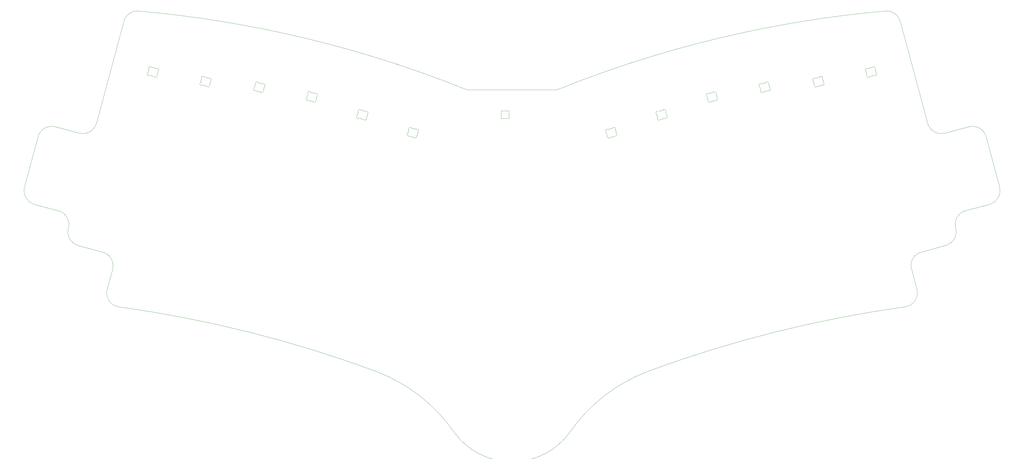
<source format=gm1>
G04 #@! TF.GenerationSoftware,KiCad,Pcbnew,8.0.2*
G04 #@! TF.CreationDate,2024-06-03T01:19:23+01:00*
G04 #@! TF.ProjectId,Ashwing66,41736877-696e-4673-9636-2e6b69636164,1*
G04 #@! TF.SameCoordinates,Original*
G04 #@! TF.FileFunction,Profile,NP*
%FSLAX46Y46*%
G04 Gerber Fmt 4.6, Leading zero omitted, Abs format (unit mm)*
G04 Created by KiCad (PCBNEW 8.0.2) date 2024-06-03 01:19:23*
%MOMM*%
%LPD*%
G01*
G04 APERTURE LIST*
G04 #@! TA.AperFunction,Profile*
%ADD10C,0.100000*%
G04 #@! TD*
G04 APERTURE END LIST*
D10*
X48679869Y-122379242D02*
G75*
G02*
X42458162Y-125971333I-4906849J1314722D01*
G01*
X42208704Y-166149821D02*
G75*
G02*
X38616594Y-159928122I1314996J4907021D01*
G01*
X367624598Y-151420191D02*
X359146351Y-153694110D01*
X26546259Y-151432490D02*
G75*
G02*
X22954151Y-145210780I1314941J4906990D01*
G01*
X148689367Y-211200233D02*
G75*
G02*
X176561735Y-233114085I-21253467J-55714867D01*
G01*
X56497030Y-188068367D02*
G75*
G02*
X148689367Y-211200233I-59770930J-433500561D01*
G01*
X330449696Y-82325668D02*
G75*
G02*
X335775964Y-86101763I385904J-5100132D01*
G01*
X351962150Y-166137519D02*
X343375072Y-168438426D01*
X355554250Y-159915822D02*
G75*
G02*
X359146338Y-153694061I4906950J1314822D01*
G01*
X63721157Y-82337967D02*
G75*
G02*
X181007039Y-110501299I-36115407J-408701743D01*
G01*
X339782961Y-174660122D02*
G75*
G02*
X343375070Y-168438417I4907039J1314722D01*
G01*
X35024500Y-153706413D02*
G75*
G02*
X38616532Y-159928106I-1314700J-4906787D01*
G01*
X213157042Y-110491302D02*
X181007039Y-110501299D01*
X341689429Y-181775135D02*
G75*
G02*
X337673826Y-188056084I-4876129J-1306665D01*
G01*
X50795782Y-168450727D02*
X42208704Y-166149821D01*
X371216693Y-145198479D02*
G75*
G02*
X367624590Y-151420162I-4906493J-1315021D01*
G01*
X245481484Y-211187934D02*
G75*
G02*
X337673824Y-188056077I151963016J-410367866D01*
G01*
X339782961Y-174660122D02*
X341689429Y-181775135D01*
X52481428Y-181787438D02*
X54387892Y-174672428D01*
X22954163Y-145210783D02*
X27757126Y-127293598D01*
X56497030Y-188068367D02*
G75*
G02*
X52481346Y-181787416I860870J4974567D01*
G01*
X48679869Y-122379242D02*
X58394890Y-86114062D01*
X50795782Y-168450727D02*
G75*
G02*
X54387863Y-174672420I-1314782J-4906873D01*
G01*
X355554250Y-159915822D02*
G75*
G02*
X351962140Y-166137480I-4907050J-1314678D01*
G01*
X335775966Y-86101762D02*
X345490987Y-122366939D01*
X360192031Y-123689193D02*
X351712698Y-125959036D01*
X35024500Y-153706413D02*
X26546259Y-151432490D01*
X42458162Y-125971334D02*
X33978826Y-123701499D01*
X217602338Y-233104083D02*
G75*
G02*
X245481491Y-211187952I49140862J-33820917D01*
G01*
X195968601Y-117987038D02*
X195968601Y-120762034D01*
X193193603Y-120762034D01*
X193193601Y-117987036D01*
X195968601Y-117987038D01*
X58394890Y-86114062D02*
G75*
G02*
X63721157Y-82337974I4940110J-1323688D01*
G01*
X351712698Y-125959036D02*
G75*
G02*
X345491012Y-122366932I-1314998J4906536D01*
G01*
X360192031Y-123689193D02*
G75*
G02*
X366413683Y-127281313I1314869J-4906707D01*
G01*
X27757126Y-127293598D02*
G75*
G02*
X33978826Y-123701498I4906884J-1314772D01*
G01*
X366413732Y-127281300D02*
X371216693Y-145198479D01*
X217602338Y-233104083D02*
G75*
G02*
X176561744Y-233114079I-20523978J15107843D01*
G01*
X213157042Y-110491302D02*
G75*
G02*
X330449696Y-82325667I153408858J-380545198D01*
G01*
X66999810Y-104333013D02*
X67363626Y-102975229D01*
X68444637Y-102439607D02*
X69979403Y-102850845D01*
X69202943Y-105748620D02*
X67668179Y-105337383D01*
X70647776Y-103855212D02*
X70283956Y-105212999D01*
X66999809Y-104333017D02*
G75*
G02*
X66895879Y-104529695I-482979J129422D01*
G01*
X67371960Y-102752932D02*
G75*
G02*
X67363626Y-102975229I-491209J-92890D01*
G01*
X67371960Y-102752933D02*
G75*
G02*
X68218652Y-102308343I491297J92887D01*
G01*
X67406840Y-105338065D02*
G75*
G02*
X66895878Y-104529695I-131932J482279D01*
G01*
X67406840Y-105338065D02*
G75*
G02*
X67668179Y-105337383I131929J-482331D01*
G01*
X68444637Y-102439607D02*
G75*
G02*
X68218652Y-102308343I129385J482912D01*
G01*
X69202944Y-105748622D02*
G75*
G02*
X69428932Y-105879880I-129463J-483067D01*
G01*
X70240740Y-102850161D02*
G75*
G02*
X69979403Y-102850845I-131932J482351D01*
G01*
X70240743Y-102850163D02*
G75*
G02*
X70751704Y-103658532I131930J-482279D01*
G01*
X70275622Y-105435293D02*
G75*
G02*
X69428932Y-105879880I-491292J-92893D01*
G01*
X70275622Y-105435293D02*
G75*
G02*
X70283956Y-105212999I490937J92897D01*
G01*
X70647772Y-103855211D02*
G75*
G02*
X70751704Y-103658532I482860J-129359D01*
G01*
X323830245Y-105228169D02*
X323466426Y-103870382D01*
X324134796Y-102866016D02*
X325669559Y-102454774D01*
X326446014Y-105352552D02*
X324911252Y-105763793D01*
X326750570Y-102990397D02*
X327114391Y-104348183D01*
X323362495Y-103673700D02*
G75*
G02*
X323466427Y-103870382I-379064J-326108D01*
G01*
X323362496Y-103673703D02*
G75*
G02*
X323873455Y-102865329I379033J326091D01*
G01*
X323830245Y-105228169D02*
G75*
G02*
X323838576Y-105450463I-482986J-129404D01*
G01*
X324134796Y-102866016D02*
G75*
G02*
X323873455Y-102865327I-129399J482890D01*
G01*
X324685267Y-105895053D02*
G75*
G02*
X323838575Y-105450463I-355396J351701D01*
G01*
X324685267Y-105895053D02*
G75*
G02*
X324911252Y-105763793I355446J-351794D01*
G01*
X325895545Y-102323515D02*
G75*
G02*
X325669559Y-102454774I-355424J351758D01*
G01*
X325895545Y-102323515D02*
G75*
G02*
X326742237Y-102768102I355399J-351695D01*
G01*
X326446018Y-105352550D02*
G75*
G02*
X326707360Y-105353234I129408J-482927D01*
G01*
X326750570Y-102990397D02*
G75*
G02*
X326742238Y-102768102I482848J129401D01*
G01*
X327218318Y-104544865D02*
G75*
G02*
X326707359Y-105353236I-379030J-326091D01*
G01*
X327218318Y-104544865D02*
G75*
G02*
X327114391Y-104348183I378673J325890D01*
G01*
X231045649Y-126944563D02*
X230681830Y-125586776D01*
X231350200Y-124582410D02*
X232884963Y-124171168D01*
X233661418Y-127068946D02*
X232126656Y-127480187D01*
X233965974Y-124706791D02*
X234329795Y-126064577D01*
X230577899Y-125390094D02*
G75*
G02*
X230681831Y-125586776I-379064J-326108D01*
G01*
X230577900Y-125390097D02*
G75*
G02*
X231088859Y-124581723I379033J326091D01*
G01*
X231045649Y-126944563D02*
G75*
G02*
X231053980Y-127166857I-482986J-129404D01*
G01*
X231350200Y-124582410D02*
G75*
G02*
X231088859Y-124581721I-129399J482890D01*
G01*
X231900671Y-127611447D02*
G75*
G02*
X231053979Y-127166857I-355396J351701D01*
G01*
X231900671Y-127611447D02*
G75*
G02*
X232126656Y-127480187I355446J-351794D01*
G01*
X233110949Y-124039909D02*
G75*
G02*
X232884963Y-124171168I-355424J351758D01*
G01*
X233110949Y-124039909D02*
G75*
G02*
X233957641Y-124484496I355399J-351695D01*
G01*
X233661422Y-127068944D02*
G75*
G02*
X233922764Y-127069628I129408J-482927D01*
G01*
X233965974Y-124706791D02*
G75*
G02*
X233957642Y-124484496I482848J129401D01*
G01*
X234433722Y-126261259D02*
G75*
G02*
X233922763Y-127069630I-379030J-326091D01*
G01*
X234433722Y-126261259D02*
G75*
G02*
X234329795Y-126064577I378673J325890D01*
G01*
X305037947Y-108722445D02*
X304674128Y-107364658D01*
X305342498Y-106360292D02*
X306877261Y-105949050D01*
X307653716Y-108846828D02*
X306118954Y-109258069D01*
X307958272Y-106484673D02*
X308322093Y-107842459D01*
X304570197Y-107167976D02*
G75*
G02*
X304674129Y-107364658I-379064J-326108D01*
G01*
X304570198Y-107167979D02*
G75*
G02*
X305081157Y-106359605I379033J326091D01*
G01*
X305037947Y-108722445D02*
G75*
G02*
X305046278Y-108944739I-482986J-129404D01*
G01*
X305342498Y-106360292D02*
G75*
G02*
X305081157Y-106359603I-129399J482890D01*
G01*
X305892969Y-109389329D02*
G75*
G02*
X305046277Y-108944739I-355396J351701D01*
G01*
X305892969Y-109389329D02*
G75*
G02*
X306118954Y-109258069I355446J-351794D01*
G01*
X307103247Y-105817791D02*
G75*
G02*
X306877261Y-105949050I-355424J351758D01*
G01*
X307103247Y-105817791D02*
G75*
G02*
X307949939Y-106262378I355399J-351695D01*
G01*
X307653720Y-108846826D02*
G75*
G02*
X307915062Y-108847510I129408J-482927D01*
G01*
X307958272Y-106484673D02*
G75*
G02*
X307949940Y-106262378I482848J129401D01*
G01*
X308426020Y-108039141D02*
G75*
G02*
X307915061Y-108847512I-379030J-326091D01*
G01*
X308426020Y-108039141D02*
G75*
G02*
X308322093Y-107842459I378673J325890D01*
G01*
X141790226Y-119650123D02*
X142154043Y-118292335D01*
X143235052Y-117756714D02*
X144769816Y-118167951D01*
X143993357Y-121065726D02*
X142458594Y-120654490D01*
X145438187Y-119172318D02*
X145074373Y-120530105D01*
X141790226Y-119650123D02*
G75*
G02*
X141686294Y-119846801I-482980J129426D01*
G01*
X142162376Y-118070041D02*
G75*
G02*
X143009069Y-117625447I491299J92887D01*
G01*
X142162377Y-118070038D02*
G75*
G02*
X142154043Y-118292335I-491295J-92886D01*
G01*
X142197255Y-120655172D02*
G75*
G02*
X141686293Y-119846800I-131932J482280D01*
G01*
X142197255Y-120655172D02*
G75*
G02*
X142458594Y-120654490I131929J-482331D01*
G01*
X143235052Y-117756714D02*
G75*
G02*
X143009068Y-117625447I129378J482889D01*
G01*
X143993361Y-121065727D02*
G75*
G02*
X144219348Y-121196990I-129389J-482924D01*
G01*
X145031155Y-118167268D02*
G75*
G02*
X144769816Y-118167951I-131930J482345D01*
G01*
X145031155Y-118167268D02*
G75*
G02*
X145542119Y-118975639I131937J-482277D01*
G01*
X145066035Y-120752401D02*
G75*
G02*
X144219348Y-121196990I-491294J-92888D01*
G01*
X145066035Y-120752401D02*
G75*
G02*
X145074372Y-120530105I490839J92895D01*
G01*
X145438187Y-119172318D02*
G75*
G02*
X145542119Y-118975639I482860J-129359D01*
G01*
X104979024Y-109799740D02*
X105342841Y-108441952D01*
X106423850Y-107906331D02*
X107958614Y-108317568D01*
X107182155Y-111215343D02*
X105647392Y-110804107D01*
X108626985Y-109321935D02*
X108263171Y-110679722D01*
X104979024Y-109799740D02*
G75*
G02*
X104875092Y-109996418I-482980J129426D01*
G01*
X105351174Y-108219658D02*
G75*
G02*
X106197867Y-107775064I491299J92887D01*
G01*
X105351175Y-108219655D02*
G75*
G02*
X105342841Y-108441952I-491295J-92886D01*
G01*
X105386053Y-110804789D02*
G75*
G02*
X104875091Y-109996417I-131932J482280D01*
G01*
X105386053Y-110804789D02*
G75*
G02*
X105647392Y-110804107I131929J-482331D01*
G01*
X106423850Y-107906331D02*
G75*
G02*
X106197866Y-107775064I129378J482889D01*
G01*
X107182159Y-111215344D02*
G75*
G02*
X107408146Y-111346607I-129389J-482924D01*
G01*
X108219953Y-108316885D02*
G75*
G02*
X107958614Y-108317568I-131930J482345D01*
G01*
X108219953Y-108316885D02*
G75*
G02*
X108730917Y-109125256I131937J-482277D01*
G01*
X108254833Y-110902018D02*
G75*
G02*
X107408146Y-111346607I-491294J-92888D01*
G01*
X108254833Y-110902018D02*
G75*
G02*
X108263170Y-110679722I490839J92895D01*
G01*
X108626985Y-109321935D02*
G75*
G02*
X108730917Y-109125256I482860J-129359D01*
G01*
X249052098Y-120541983D02*
X248688279Y-119184196D01*
X249356649Y-118179830D02*
X250891412Y-117768588D01*
X251667867Y-120666366D02*
X250133105Y-121077607D01*
X251972423Y-118304211D02*
X252336244Y-119661997D01*
X248584348Y-118987514D02*
G75*
G02*
X248688280Y-119184196I-379064J-326108D01*
G01*
X248584349Y-118987517D02*
G75*
G02*
X249095308Y-118179143I379033J326091D01*
G01*
X249052098Y-120541983D02*
G75*
G02*
X249060429Y-120764277I-482986J-129404D01*
G01*
X249356649Y-118179830D02*
G75*
G02*
X249095308Y-118179141I-129399J482890D01*
G01*
X249907120Y-121208867D02*
G75*
G02*
X249060428Y-120764277I-355396J351701D01*
G01*
X249907120Y-121208867D02*
G75*
G02*
X250133105Y-121077607I355446J-351794D01*
G01*
X251117398Y-117637329D02*
G75*
G02*
X250891412Y-117768588I-355424J351758D01*
G01*
X251117398Y-117637329D02*
G75*
G02*
X251964090Y-118081916I355399J-351695D01*
G01*
X251667871Y-120666364D02*
G75*
G02*
X251929213Y-120667048I129408J-482927D01*
G01*
X251972423Y-118304211D02*
G75*
G02*
X251964091Y-118081916I482848J129401D01*
G01*
X252440171Y-119858679D02*
G75*
G02*
X251929212Y-120667050I-379030J-326091D01*
G01*
X252440171Y-119858679D02*
G75*
G02*
X252336244Y-119661997I378673J325890D01*
G01*
X285853876Y-110680984D02*
X285490057Y-109323197D01*
X286158427Y-108318831D02*
X287693190Y-107907589D01*
X288469645Y-110805367D02*
X286934883Y-111216608D01*
X288774201Y-108443212D02*
X289138022Y-109800998D01*
X285386126Y-109126515D02*
G75*
G02*
X285490058Y-109323197I-379064J-326108D01*
G01*
X285386127Y-109126518D02*
G75*
G02*
X285897086Y-108318144I379033J326091D01*
G01*
X285853876Y-110680984D02*
G75*
G02*
X285862207Y-110903278I-482986J-129404D01*
G01*
X286158427Y-108318831D02*
G75*
G02*
X285897086Y-108318142I-129399J482890D01*
G01*
X286708898Y-111347868D02*
G75*
G02*
X285862206Y-110903278I-355396J351701D01*
G01*
X286708898Y-111347868D02*
G75*
G02*
X286934883Y-111216608I355446J-351794D01*
G01*
X287919176Y-107776330D02*
G75*
G02*
X287693190Y-107907589I-355424J351758D01*
G01*
X287919176Y-107776330D02*
G75*
G02*
X288765868Y-108220917I355399J-351695D01*
G01*
X288469649Y-110805365D02*
G75*
G02*
X288730991Y-110806049I129408J-482927D01*
G01*
X288774201Y-108443212D02*
G75*
G02*
X288765869Y-108220917I482848J129401D01*
G01*
X289241949Y-109997680D02*
G75*
G02*
X288730990Y-110806051I-379030J-326091D01*
G01*
X289241949Y-109997680D02*
G75*
G02*
X289138022Y-109800998I378673J325890D01*
G01*
X159796673Y-126052691D02*
X160160490Y-124694903D01*
X161241499Y-124159282D02*
X162776263Y-124570519D01*
X161999804Y-127468294D02*
X160465041Y-127057058D01*
X163444634Y-125574886D02*
X163080820Y-126932673D01*
X159796673Y-126052691D02*
G75*
G02*
X159692741Y-126249369I-482980J129426D01*
G01*
X160168823Y-124472609D02*
G75*
G02*
X161015516Y-124028015I491299J92887D01*
G01*
X160168824Y-124472606D02*
G75*
G02*
X160160490Y-124694903I-491295J-92886D01*
G01*
X160203702Y-127057740D02*
G75*
G02*
X159692740Y-126249368I-131932J482280D01*
G01*
X160203702Y-127057740D02*
G75*
G02*
X160465041Y-127057058I131929J-482331D01*
G01*
X161241499Y-124159282D02*
G75*
G02*
X161015515Y-124028015I129378J482889D01*
G01*
X161999808Y-127468295D02*
G75*
G02*
X162225795Y-127599558I-129389J-482924D01*
G01*
X163037602Y-124569836D02*
G75*
G02*
X162776263Y-124570519I-131930J482345D01*
G01*
X163037602Y-124569836D02*
G75*
G02*
X163548566Y-125378207I131937J-482277D01*
G01*
X163072482Y-127154969D02*
G75*
G02*
X162225795Y-127599558I-491294J-92888D01*
G01*
X163072482Y-127154969D02*
G75*
G02*
X163080819Y-126932673I490839J92895D01*
G01*
X163444634Y-125574886D02*
G75*
G02*
X163548566Y-125378207I482860J-129359D01*
G01*
X85789263Y-107813382D02*
X86153080Y-106455594D01*
X87234089Y-105919973D02*
X88768853Y-106331210D01*
X87992394Y-109228985D02*
X86457631Y-108817749D01*
X89437224Y-107335577D02*
X89073410Y-108693364D01*
X85789263Y-107813382D02*
G75*
G02*
X85685331Y-108010060I-482980J129426D01*
G01*
X86161413Y-106233300D02*
G75*
G02*
X87008106Y-105788706I491299J92887D01*
G01*
X86161414Y-106233297D02*
G75*
G02*
X86153080Y-106455594I-491295J-92886D01*
G01*
X86196292Y-108818431D02*
G75*
G02*
X85685330Y-108010059I-131932J482280D01*
G01*
X86196292Y-108818431D02*
G75*
G02*
X86457631Y-108817749I131929J-482331D01*
G01*
X87234089Y-105919973D02*
G75*
G02*
X87008105Y-105788706I129378J482889D01*
G01*
X87992398Y-109228986D02*
G75*
G02*
X88218385Y-109360249I-129389J-482924D01*
G01*
X89030192Y-106330527D02*
G75*
G02*
X88768853Y-106331210I-131930J482345D01*
G01*
X89030192Y-106330527D02*
G75*
G02*
X89541156Y-107138898I131937J-482277D01*
G01*
X89065072Y-108915660D02*
G75*
G02*
X88218385Y-109360249I-491294J-92888D01*
G01*
X89065072Y-108915660D02*
G75*
G02*
X89073409Y-108693364I490839J92895D01*
G01*
X89437224Y-107335577D02*
G75*
G02*
X89541156Y-107138898I482860J-129359D01*
G01*
X267055696Y-114153323D02*
X266691877Y-112795536D01*
X267360247Y-111791170D02*
X268895010Y-111379928D01*
X269671465Y-114277706D02*
X268136703Y-114688947D01*
X269976021Y-111915551D02*
X270339842Y-113273337D01*
X266587946Y-112598854D02*
G75*
G02*
X266691878Y-112795536I-379064J-326108D01*
G01*
X266587947Y-112598857D02*
G75*
G02*
X267098906Y-111790483I379033J326091D01*
G01*
X267055696Y-114153323D02*
G75*
G02*
X267064027Y-114375617I-482986J-129404D01*
G01*
X267360247Y-111791170D02*
G75*
G02*
X267098906Y-111790481I-129399J482890D01*
G01*
X267910718Y-114820207D02*
G75*
G02*
X267064026Y-114375617I-355396J351701D01*
G01*
X267910718Y-114820207D02*
G75*
G02*
X268136703Y-114688947I355446J-351794D01*
G01*
X269120996Y-111248669D02*
G75*
G02*
X268895010Y-111379928I-355424J351758D01*
G01*
X269120996Y-111248669D02*
G75*
G02*
X269967688Y-111693256I355399J-351695D01*
G01*
X269671469Y-114277704D02*
G75*
G02*
X269932811Y-114278388I129408J-482927D01*
G01*
X269976021Y-111915551D02*
G75*
G02*
X269967689Y-111693256I482848J129401D01*
G01*
X270443769Y-113470019D02*
G75*
G02*
X269932810Y-114278390I-379030J-326091D01*
G01*
X270443769Y-113470019D02*
G75*
G02*
X270339842Y-113273337I378673J325890D01*
G01*
X123774362Y-113258170D02*
X124138179Y-111900382D01*
X125219188Y-111364761D02*
X126753952Y-111775998D01*
X125977493Y-114673773D02*
X124442730Y-114262537D01*
X127422323Y-112780365D02*
X127058509Y-114138152D01*
X123774362Y-113258170D02*
G75*
G02*
X123670430Y-113454848I-482980J129426D01*
G01*
X124146512Y-111678088D02*
G75*
G02*
X124993205Y-111233494I491299J92887D01*
G01*
X124146513Y-111678085D02*
G75*
G02*
X124138179Y-111900382I-491295J-92886D01*
G01*
X124181391Y-114263219D02*
G75*
G02*
X123670429Y-113454847I-131932J482280D01*
G01*
X124181391Y-114263219D02*
G75*
G02*
X124442730Y-114262537I131929J-482331D01*
G01*
X125219188Y-111364761D02*
G75*
G02*
X124993204Y-111233494I129378J482889D01*
G01*
X125977497Y-114673774D02*
G75*
G02*
X126203484Y-114805037I-129389J-482924D01*
G01*
X127015291Y-111775315D02*
G75*
G02*
X126753952Y-111775998I-131930J482345D01*
G01*
X127015291Y-111775315D02*
G75*
G02*
X127526255Y-112583686I131937J-482277D01*
G01*
X127050171Y-114360448D02*
G75*
G02*
X126203484Y-114805037I-491294J-92888D01*
G01*
X127050171Y-114360448D02*
G75*
G02*
X127058508Y-114138152I490839J92895D01*
G01*
X127422323Y-112780365D02*
G75*
G02*
X127526255Y-112583686I482860J-129359D01*
G01*
M02*

</source>
